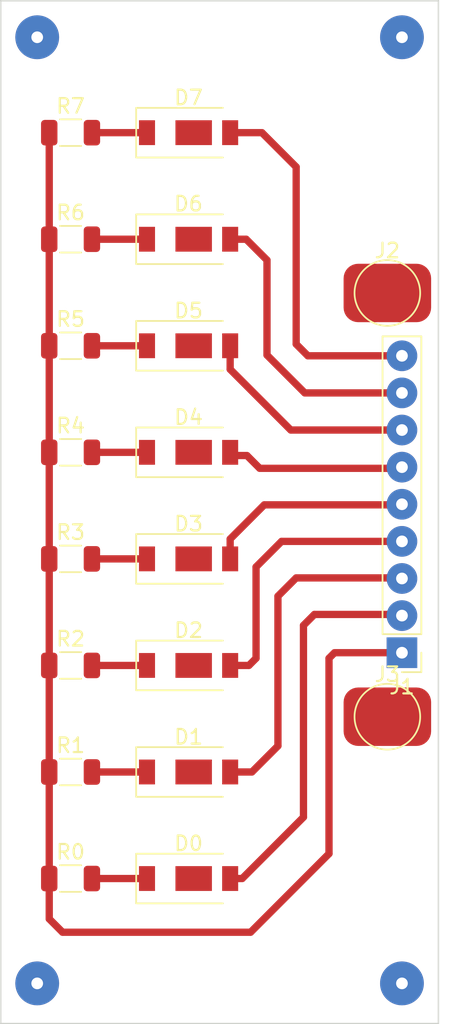
<source format=kicad_pcb>
(kicad_pcb (version 20221018) (generator pcbnew)
  (layers (0 "F.Cu" signal) (31 "B.Cu" signal) (34 "B.Paste" user) (35 "F.Paste" user) (36 "B.SilkS" user "B.Silkscreen") (37 "F.SilkS" user "F.Silkscreen") (38 "B.Mask" user) (39 "F.Mask" user) (44 "Edge.Cuts" user))
  (net 0 "")
  (net 1 "Net-(D7-A)")
  (net 2 "Net-(D0-K)")
  (net 3 "Net-(D1-K)")
  (net 4 "Net-(D2-K)")
  (net 5 "Net-(D3-K)")
  (net 6 "Net-(D4-K)")
  (net 7 "Net-(D5-K)")
  (net 8 "Net-(D3-A)")
  (net 9 "Net-(D6-K)")
  (net 10 "Net-(D7-K)")
  (net 11 "Net-(J1-Pin_1)")
  (net 12 "Net-(D6-A)")
  (net 13 "Net-(D0-A)")
  (net 14 "Net-(D1-A)")
  (net 15 "Net-(D2-A)")
  (net 16 "Net-(D4-A)")
  (net 17 "Net-(D5-A)")
  (footprint "LED_SMD:LED_Yuji_5730" (layer "F.Cu") (at 81.8875 95.026426)
    (fp_text reference "D4" (at 0 -2.4) (layer "F.SilkS"))
    (fp_text value "LED")
    (fp_line (start -3.59 -1.7) (end 2.35 -1.7) (stroke (width 0.12)) (layer "F.SilkS"))
    (fp_line (start -3.59 1.7) (end -3.59 -1.7) (stroke (width 0.12)) (layer "F.SilkS"))
    (fp_line (start 2.35 1.7) (end -3.59 1.7) (stroke (width 0.12)) (layer "F.SilkS"))
    (pad "1" smd rect (at -2.85 0) (size 1.1 1.7) (layers "F.Cu" "F.Paste" "F.Mask") (net 6 "Net-(D4-K)"))
    (pad "2" smd rect (at 0.35 0) (size 2.5 1.7) (layers "F.Cu" "F.Paste" "F.Mask") (net 16 "Net-(D4-A)"))
    (pad "2" smd rect (at 2.85 0) (size 1.1 1.7) (layers "F.Cu" "F.Paste" "F.Mask") (net 16 "Net-(D4-A)"))
  )
  (footprint "Resistor_SMD:R_1206_3216Metric" (layer "F.Cu") (at 73.8 73.15)
    (fp_text reference "R7" (at 0 -1.82) (layer "F.SilkS"))
    (fp_text value "R")
    (fp_line (start -0.727064 -0.91) (end 0.727064 -0.91) (stroke (width 0.12)) (layer "F.SilkS"))
    (fp_line (start -0.727064 0.91) (end 0.727064 0.91) (stroke (width 0.12)) (layer "F.SilkS"))
    (pad "1" smd roundrect (at -1.4625 0) (size 1.125 1.75) (layers "F.Cu" "F.Paste" "F.Mask") (roundrect_rratio 0.2222222222) (net 11 "Net-(J1-Pin_1)"))
    (pad "2" smd roundrect (at 1.4625 0) (size 1.125 1.75) (layers "F.Cu" "F.Paste" "F.Mask") (roundrect_rratio 0.2222222222) (net 10 "Net-(D7-K)"))
  )
  (footprint "LED_SMD:LED_Yuji_5730" (layer "F.Cu") (at 81.8875 73.15)
    (fp_text reference "D7" (at 0 -2.4) (layer "F.SilkS"))
    (fp_text value "LED")
    (fp_line (start -3.59 -1.7) (end 2.35 -1.7) (stroke (width 0.12)) (layer "F.SilkS"))
    (fp_line (start -3.59 1.7) (end -3.59 -1.7) (stroke (width 0.12)) (layer "F.SilkS"))
    (fp_line (start 2.35 1.7) (end -3.59 1.7) (stroke (width 0.12)) (layer "F.SilkS"))
    (pad "1" smd rect (at -2.85 0) (size 1.1 1.7) (layers "F.Cu" "F.Paste" "F.Mask") (net 10 "Net-(D7-K)"))
    (pad "2" smd rect (at 0.35 0) (size 2.5 1.7) (layers "F.Cu" "F.Paste" "F.Mask") (net 1 "Net-(D7-A)"))
    (pad "2" smd rect (at 2.85 0) (size 1.1 1.7) (layers "F.Cu" "F.Paste" "F.Mask") (net 1 "Net-(D7-A)"))
  )
  (footprint "Resistor_SMD:R_1206_3216Metric" (layer "F.Cu") (at 73.8 87.734284)
    (fp_text reference "R5" (at 0 -1.82) (layer "F.SilkS"))
    (fp_text value "R")
    (fp_line (start -0.727064 -0.91) (end 0.727064 -0.91) (stroke (width 0.12)) (layer "F.SilkS"))
    (fp_line (start -0.727064 0.91) (end 0.727064 0.91) (stroke (width 0.12)) (layer "F.SilkS"))
    (pad "1" smd roundrect (at -1.4625 0) (size 1.125 1.75) (layers "F.Cu" "F.Paste" "F.Mask") (roundrect_rratio 0.2222222222) (net 11 "Net-(J1-Pin_1)"))
    (pad "2" smd roundrect (at 1.4625 0) (size 1.125 1.75) (layers "F.Cu" "F.Paste" "F.Mask") (roundrect_rratio 0.2222222222) (net 7 "Net-(D5-K)"))
  )
  (footprint "Resistor_SMD:R_1206_3216Metric" (layer "F.Cu") (at 73.8 102.318568)
    (fp_text reference "R3" (at 0 -1.82) (layer "F.SilkS"))
    (fp_text value "R")
    (fp_line (start -0.727064 -0.91) (end 0.727064 -0.91) (stroke (width 0.12)) (layer "F.SilkS"))
    (fp_line (start -0.727064 0.91) (end 0.727064 0.91) (stroke (width 0.12)) (layer "F.SilkS"))
    (pad "1" smd roundrect (at -1.4625 0) (size 1.125 1.75) (layers "F.Cu" "F.Paste" "F.Mask") (roundrect_rratio 0.2222222222) (net 11 "Net-(J1-Pin_1)"))
    (pad "2" smd roundrect (at 1.4625 0) (size 1.125 1.75) (layers "F.Cu" "F.Paste" "F.Mask") (roundrect_rratio 0.2222222222) (net 5 "Net-(D3-K)"))
  )
  (footprint "TestPoint:TestPoint_Pad_D4.0mm" (layer "F.Cu") (at 95.5125 84.12)
    (fp_text reference "J2" (at 0 -2.898) (layer "F.SilkS"))
    (fp_text value "SolderPad2")
    (fp_circle (center 0 0) (end 0 2.25) (stroke (width 0.12)) (fill none) (layer "F.SilkS"))
    (pad "1" smd roundrect (at 0 0) (size 6 4) (layers "F.Cu" "F.Mask"))
  )
  (footprint "TestPoint:TestPoint_Pad_D4.0mm" (layer "F.Cu") (at 95.5125 113.12)
    (fp_text reference "J3" (at 0 -2.898) (layer "F.SilkS"))
    (fp_text value "SolderPad1")
    (fp_circle (center 0 0) (end 0 2.25) (stroke (width 0.12)) (fill none) (layer "F.SilkS"))
    (pad "1" smd roundrect (at 0 0) (size 6 4) (layers "F.Cu" "F.Mask"))
  )
  (footprint "LED_SMD:LED_Yuji_5730" (layer "F.Cu") (at 81.8875 80.442142)
    (fp_text reference "D6" (at -0.01 -2.425) (layer "F.SilkS"))
    (fp_text value "LED")
    (fp_line (start -3.59 -1.7) (end 2.35 -1.7) (stroke (width 0.12)) (layer "F.SilkS"))
    (fp_line (start -3.59 1.7) (end -3.59 -1.7) (stroke (width 0.12)) (layer "F.SilkS"))
    (fp_line (start 2.35 1.7) (end -3.59 1.7) (stroke (width 0.12)) (layer "F.SilkS"))
    (pad "1" smd rect (at -2.85 0) (size 1.1 1.7) (layers "F.Cu" "F.Paste" "F.Mask") (net 9 "Net-(D6-K)"))
    (pad "2" smd rect (at 0.35 0) (size 2.5 1.7) (layers "F.Cu" "F.Paste" "F.Mask") (net 12 "Net-(D6-A)"))
    (pad "2" smd rect (at 2.85 0) (size 1.1 1.7) (layers "F.Cu" "F.Paste" "F.Mask") (net 12 "Net-(D6-A)"))
  )
  (footprint "Connector_PinHeader_2.54mm:PinHeader_1x09_P2.54mm_Vertical" (layer "F.Cu") (at 96.5125 108.74 180)
    (fp_text reference "J1" (at 0 -2.33) (layer "F.SilkS"))
    (fp_text value "Conn_01x09_Pin" hide)
    (fp_line (start -1.33 -1.33) (end 0 -1.33) (stroke (width 0.12)) (layer "F.SilkS"))
    (fp_line (start -1.33 0) (end -1.33 -1.33) (stroke (width 0.12)) (layer "F.SilkS"))
    (fp_line (start -1.33 1.27) (end -1.33 21.65) (stroke (width 0.12)) (layer "F.SilkS"))
    (fp_line (start -1.33 1.27) (end 1.33 1.27) (stroke (width 0.12)) (layer "F.SilkS"))
    (fp_line (start -1.33 21.65) (end 1.33 21.65) (stroke (width 0.12)) (layer "F.SilkS"))
    (fp_line (start 1.33 1.27) (end 1.33 21.65) (stroke (width 0.12)) (layer "F.SilkS"))
    (pad "1" thru_hole rect (at 0 0 180) (size 2.1 2.1) (drill 0.8) (layers "*.Cu" "*.Mask") (net 11 "Net-(J1-Pin_1)"))
    (pad "2" thru_hole oval (at 0 2.54 180) (size 2.1 2.1) (drill 0.8) (layers "*.Cu" "*.Mask") (net 13 "Net-(D0-A)"))
    (pad "3" thru_hole oval (at 0 5.08 180) (size 2.1 2.1) (drill 0.8) (layers "*.Cu" "*.Mask") (net 14 "Net-(D1-A)"))
    (pad "4" thru_hole oval (at 0 7.62 180) (size 2.1 2.1) (drill 0.8) (layers "*.Cu" "*.Mask") (net 15 "Net-(D2-A)"))
    (pad "5" thru_hole oval (at 0 10.16 180) (size 2.1 2.1) (drill 0.8) (layers "*.Cu" "*.Mask") (net 8 "Net-(D3-A)"))
    (pad "6" thru_hole oval (at 0 12.7 180) (size 2.1 2.1) (drill 0.8) (layers "*.Cu" "*.Mask") (net 16 "Net-(D4-A)"))
    (pad "7" thru_hole oval (at 0 15.24 180) (size 2.1 2.1) (drill 0.8) (layers "*.Cu" "*.Mask") (net 17 "Net-(D5-A)"))
    (pad "8" thru_hole oval (at 0 17.78 180) (size 2.1 2.1) (drill 0.8) (layers "*.Cu" "*.Mask") (net 12 "Net-(D6-A)"))
    (pad "9" thru_hole oval (at 0 20.32 180) (size 2.1 2.1) (drill 0.8) (layers "*.Cu" "*.Mask") (net 1 "Net-(D7-A)"))
  )
  (footprint "Resistor_SMD:R_1206_3216Metric" (layer "F.Cu") (at 73.8 109.61071)
    (fp_text reference "R2" (at 0 -1.82) (layer "F.SilkS"))
    (fp_text value "R")
    (fp_line (start -0.727064 -0.91) (end 0.727064 -0.91) (stroke (width 0.12)) (layer "F.SilkS"))
    (fp_line (start -0.727064 0.91) (end 0.727064 0.91) (stroke (width 0.12)) (layer "F.SilkS"))
    (pad "1" smd roundrect (at -1.4625 0) (size 1.125 1.75) (layers "F.Cu" "F.Paste" "F.Mask") (roundrect_rratio 0.2222222222) (net 11 "Net-(J1-Pin_1)"))
    (pad "2" smd roundrect (at 1.4625 0) (size 1.125 1.75) (layers "F.Cu" "F.Paste" "F.Mask") (roundrect_rratio 0.2222222222) (net 4 "Net-(D2-K)"))
  )
  (footprint "Resistor_SMD:R_1206_3216Metric" (layer "F.Cu") (at 73.8 95.026426)
    (fp_text reference "R4" (at 0 -1.82) (layer "F.SilkS"))
    (fp_text value "R")
    (fp_line (start -0.727064 -0.91) (end 0.727064 -0.91) (stroke (width 0.12)) (layer "F.SilkS"))
    (fp_line (start -0.727064 0.91) (end 0.727064 0.91) (stroke (width 0.12)) (layer "F.SilkS"))
    (pad "1" smd roundrect (at -1.4625 0) (size 1.125 1.75) (layers "F.Cu" "F.Paste" "F.Mask") (roundrect_rratio 0.2222222222) (net 11 "Net-(J1-Pin_1)"))
    (pad "2" smd roundrect (at 1.4625 0) (size 1.125 1.75) (layers "F.Cu" "F.Paste" "F.Mask") (roundrect_rratio 0.2222222222) (net 6 "Net-(D4-K)"))
  )
  (footprint "Resistor_SMD:R_1206_3216Metric" (layer "F.Cu") (at 73.8 124.195)
    (fp_text reference "R0" (at 0 -1.82) (layer "F.SilkS"))
    (fp_text value "R")
    (fp_line (start -0.727064 -0.91) (end 0.727064 -0.91) (stroke (width 0.12)) (layer "F.SilkS"))
    (fp_line (start -0.727064 0.91) (end 0.727064 0.91) (stroke (width 0.12)) (layer "F.SilkS"))
    (pad "1" smd roundrect (at -1.4625 0) (size 1.125 1.75) (layers "F.Cu" "F.Paste" "F.Mask") (roundrect_rratio 0.2222222222) (net 11 "Net-(J1-Pin_1)"))
    (pad "2" smd roundrect (at 1.4625 0) (size 1.125 1.75) (layers "F.Cu" "F.Paste" "F.Mask") (roundrect_rratio 0.2222222222) (net 2 "Net-(D0-K)"))
  )
  (footprint "Resistor_SMD:R_1206_3216Metric" (layer "F.Cu") (at 73.8 80.442142)
    (fp_text reference "R6" (at 0 -1.82) (layer "F.SilkS"))
    (fp_text value "R")
    (fp_line (start -0.727064 -0.91) (end 0.727064 -0.91) (stroke (width 0.12)) (layer "F.SilkS"))
    (fp_line (start -0.727064 0.91) (end 0.727064 0.91) (stroke (width 0.12)) (layer "F.SilkS"))
    (pad "1" smd roundrect (at -1.4625 0) (size 1.125 1.75) (layers "F.Cu" "F.Paste" "F.Mask") (roundrect_rratio 0.2222222222) (net 11 "Net-(J1-Pin_1)"))
    (pad "2" smd roundrect (at 1.4625 0) (size 1.125 1.75) (layers "F.Cu" "F.Paste" "F.Mask") (roundrect_rratio 0.2222222222) (net 9 "Net-(D6-K)"))
  )
  (footprint "LED_SMD:LED_Yuji_5730" (layer "F.Cu") (at 81.8875 102.318568)
    (fp_text reference "D3" (at 0 -2.4) (layer "F.SilkS"))
    (fp_text value "LED")
    (fp_line (start -3.59 -1.7) (end 2.35 -1.7) (stroke (width 0.12)) (layer "F.SilkS"))
    (fp_line (start -3.59 1.7) (end -3.59 -1.7) (stroke (width 0.12)) (layer "F.SilkS"))
    (fp_line (start 2.35 1.7) (end -3.59 1.7) (stroke (width 0.12)) (layer "F.SilkS"))
    (pad "1" smd rect (at -2.85 0) (size 1.1 1.7) (layers "F.Cu" "F.Paste" "F.Mask") (net 5 "Net-(D3-K)"))
    (pad "2" smd rect (at 0.35 0) (size 2.5 1.7) (layers "F.Cu" "F.Paste" "F.Mask") (net 8 "Net-(D3-A)"))
    (pad "2" smd rect (at 2.85 0) (size 1.1 1.7) (layers "F.Cu" "F.Paste" "F.Mask") (net 8 "Net-(D3-A)"))
  )
  (footprint "LED_SMD:LED_Yuji_5730" (layer "F.Cu") (at 81.8875 116.902852)
    (fp_text reference "D1" (at 0 -2.4) (layer "F.SilkS"))
    (fp_text value "LED")
    (fp_line (start -3.59 -1.7) (end 2.35 -1.7) (stroke (width 0.12)) (layer "F.SilkS"))
    (fp_line (start -3.59 1.7) (end -3.59 -1.7) (stroke (width 0.12)) (layer "F.SilkS"))
    (fp_line (start 2.35 1.7) (end -3.59 1.7) (stroke (width 0.12)) (layer "F.SilkS"))
    (pad "1" smd rect (at -2.85 0) (size 1.1 1.7) (layers "F.Cu" "F.Paste" "F.Mask") (net 3 "Net-(D1-K)"))
    (pad "2" smd rect (at 0.35 0) (size 2.5 1.7) (layers "F.Cu" "F.Paste" "F.Mask") (net 14 "Net-(D1-A)"))
    (pad "2" smd rect (at 2.85 0) (size 1.1 1.7) (layers "F.Cu" "F.Paste" "F.Mask") (net 14 "Net-(D1-A)"))
  )
  (footprint "LED_SMD:LED_Yuji_5730" (layer "F.Cu") (at 81.8875 87.734284)
    (fp_text reference "D5" (at 0 -2.4) (layer "F.SilkS"))
    (fp_text value "LED")
    (fp_line (start -3.59 -1.7) (end 2.35 -1.7) (stroke (width 0.12)) (layer "F.SilkS"))
    (fp_line (start -3.59 1.7) (end -3.59 -1.7) (stroke (width 0.12)) (layer "F.SilkS"))
    (fp_line (start 2.35 1.7) (end -3.59 1.7) (stroke (width 0.12)) (layer "F.SilkS"))
    (pad "1" smd rect (at -2.85 0) (size 1.1 1.7) (layers "F.Cu" "F.Paste" "F.Mask") (net 7 "Net-(D5-K)"))
    (pad "2" smd rect (at 0.35 0) (size 2.5 1.7) (layers "F.Cu" "F.Paste" "F.Mask") (net 17 "Net-(D5-A)"))
    (pad "2" smd rect (at 2.85 0) (size 1.1 1.7) (layers "F.Cu" "F.Paste" "F.Mask") (net 17 "Net-(D5-A)"))
  )
  (footprint "LED_SMD:LED_Yuji_5730" (layer "F.Cu") (at 81.8875 124.195)
    (fp_text reference "D0" (at 0 -2.4) (layer "F.SilkS"))
    (fp_text value "LED")
    (fp_line (start -3.59 -1.7) (end 2.35 -1.7) (stroke (width 0.12)) (layer "F.SilkS"))
    (fp_line (start -3.59 1.7) (end -3.59 -1.7) (stroke (width 0.12)) (layer "F.SilkS"))
    (fp_line (start 2.35 1.7) (end -3.59 1.7) (stroke (width 0.12)) (layer "F.SilkS"))
    (pad "1" smd rect (at -2.85 0) (size 1.1 1.7) (layers "F.Cu" "F.Paste" "F.Mask") (net 2 "Net-(D0-K)"))
    (pad "2" smd rect (at 0.35 0) (size 2.5 1.7) (layers "F.Cu" "F.Paste" "F.Mask") (net 13 "Net-(D0-A)"))
    (pad "2" smd rect (at 2.85 0) (size 1.1 1.7) (layers "F.Cu" "F.Paste" "F.Mask") (net 13 "Net-(D0-A)"))
  )
  (footprint "LED_SMD:LED_Yuji_5730" (layer "F.Cu") (at 81.8875 109.61071)
    (fp_text reference "D2" (at 0 -2.4) (layer "F.SilkS"))
    (fp_text value "LED")
    (fp_line (start -3.59 -1.7) (end 2.35 -1.7) (stroke (width 0.12)) (layer "F.SilkS"))
    (fp_line (start -3.59 1.7) (end -3.59 -1.7) (stroke (width 0.12)) (layer "F.SilkS"))
    (fp_line (start 2.35 1.7) (end -3.59 1.7) (stroke (width 0.12)) (layer "F.SilkS"))
    (pad "1" smd rect (at -2.85 0) (size 1.1 1.7) (layers "F.Cu" "F.Paste" "F.Mask") (net 4 "Net-(D2-K)"))
    (pad "2" smd rect (at 0.35 0) (size 2.5 1.7) (layers "F.Cu" "F.Paste" "F.Mask") (net 15 "Net-(D2-A)"))
    (pad "2" smd rect (at 2.85 0) (size 1.1 1.7) (layers "F.Cu" "F.Paste" "F.Mask") (net 15 "Net-(D2-A)"))
  )
  (footprint "Resistor_SMD:R_1206_3216Metric" (layer "F.Cu") (at 73.8 116.902852)
    (fp_text reference "R1" (at 0 -1.82) (layer "F.SilkS"))
    (fp_text value "R")
    (fp_line (start -0.727064 -0.91) (end 0.727064 -0.91) (stroke (width 0.12)) (layer "F.SilkS"))
    (fp_line (start -0.727064 0.91) (end 0.727064 0.91) (stroke (width 0.12)) (layer "F.SilkS"))
    (pad "1" smd roundrect (at -1.4625 0) (size 1.125 1.75) (layers "F.Cu" "F.Paste" "F.Mask") (roundrect_rratio 0.2222222222) (net 11 "Net-(J1-Pin_1)"))
    (pad "2" smd roundrect (at 1.4625 0) (size 1.125 1.75) (layers "F.Cu" "F.Paste" "F.Mask") (roundrect_rratio 0.2222222222) (net 3 "Net-(D1-K)"))
  )
  (gr_rect (start 69.0125 64.12) (end 99.0125 134.12) (stroke (width 0.1)) (fill none) (layer "Edge.Cuts"))
  (via (at 96.5125 131.37) (size 3) (drill 0.8) (layers "F.Cu" "B.Cu") (net 0))
  (via (at 71.5125 131.37) (size 3) (drill 0.8) (layers "F.Cu" "B.Cu") (net 0))
  (via (at 96.5125 66.62) (size 3) (drill 0.8) (layers "F.Cu" "B.Cu") (net 0))
  (via (at 71.5125 66.62) (size 3) (drill 0.8) (layers "F.Cu" "B.Cu") (net 0))
  (segment (start 86.9175 73.15) (end 89.2625 75.495) (width 0.5) (layer "F.Cu") (net 1))
  (segment (start 90.0625 88.42) (end 96.5125 88.42) (width 0.5) (layer "F.Cu") (net 1))
  (segment (start 84.7375 73.15) (end 86.9175 73.15) (width 0.5) (layer "F.Cu") (net 1))
  (segment (start 89.2625 75.495) (end 89.2625 87.62) (width 0.5) (layer "F.Cu") (net 1))
  (segment (start 89.2625 87.62) (end 90.0625 88.42) (width 0.5) (layer "F.Cu") (net 1))
  (segment (start 79.0375 124.195) (end 75.2625 124.195) (width 0.5) (layer "F.Cu") (net 2))
  (segment (start 79.0375 116.902852) (end 75.2625 116.902852) (width 0.5) (layer "F.Cu") (net 3))
  (segment (start 79.0375 109.61071) (end 75.2625 109.61071) (width 0.5) (layer "F.Cu") (net 4))
  (segment (start 79.0375 102.318568) (end 75.2625 102.318568) (width 0.5) (layer "F.Cu") (net 5))
  (segment (start 79.0375 95.026426) (end 75.2625 95.026426) (width 0.5) (layer "F.Cu") (net 6))
  (segment (start 79.0375 87.734284) (end 75.2625 87.734284) (width 0.5) (layer "F.Cu") (net 7))
  (segment (start 96.4725 98.62) (end 96.5125 98.58) (width 0.25) (layer "F.Cu") (net 8))
  (segment (start 87.075 98.62) (end 96.4725 98.62) (width 0.5) (layer "F.Cu") (net 8))
  (segment (start 84.7375 100.9575) (end 87.075 98.62) (width 0.5) (layer "F.Cu") (net 8))
  (segment (start 84.7375 101.87) (end 84.7375 100.9575) (width 0.5) (layer "F.Cu") (net 8))
  (segment (start 79.0375 80.442142) (end 75.2625 80.442142) (width 0.5) (layer "F.Cu") (net 9))
  (segment (start 75.2625 73.15) (end 79.0375 73.15) (width 0.5) (layer "F.Cu") (net 10))
  (segment (start 86.1375 127.87) (end 91.5125 122.495) (width 0.5) (layer "F.Cu") (net 11))
  (segment (start 91.5125 122.495) (end 91.5125 109.12) (width 0.5) (layer "F.Cu") (net 11))
  (segment (start 73.25 127.87) (end 86.1375 127.87) (width 0.5) (layer "F.Cu") (net 11))
  (segment (start 91.5125 109.12) (end 91.8925 108.74) (width 0.5) (layer "F.Cu") (net 11))
  (segment (start 72.3375 126.9575) (end 73.25 127.87) (width 0.5) (layer "F.Cu") (net 11))
  (segment (start 91.8925 108.74) (end 96.5125 108.74) (width 0.5) (layer "F.Cu") (net 11))
  (segment (start 72.3375 73.15) (end 72.3375 126.9575) (width 0.5) (layer "F.Cu") (net 11))
  (segment (start 72.2325 80.875) (end 72.3375 80.77) (width 0.25) (layer "F.Cu") (net 11))
  (segment (start 87.2625 81.87) (end 87.2625 88.37) (width 0.5) (layer "F.Cu") (net 12))
  (segment (start 89.8525 90.96) (end 96.5125 90.96) (width 0.5) (layer "F.Cu") (net 12))
  (segment (start 84.7375 80.442142) (end 85.834642 80.442142) (width 0.5) (layer "F.Cu") (net 12))
  (segment (start 87.2625 88.37) (end 89.8525 90.96) (width 0.5) (layer "F.Cu") (net 12))
  (segment (start 85.834642 80.442142) (end 87.2625 81.87) (width 0.5) (layer "F.Cu") (net 12))
  (segment (start 85.5625 124.195) (end 89.7625 119.995) (width 0.5) (layer "F.Cu") (net 13))
  (segment (start 84.7375 124.195) (end 85.5625 124.195) (width 0.5) (layer "F.Cu") (net 13))
  (segment (start 90.5125 106.12) (end 96.4325 106.12) (width 0.5) (layer "F.Cu") (net 13))
  (segment (start 89.7625 106.87) (end 90.5125 106.12) (width 0.5) (layer "F.Cu") (net 13))
  (segment (start 89.7625 119.995) (end 89.7625 106.87) (width 0.5) (layer "F.Cu") (net 13))
  (segment (start 96.4325 106.12) (end 96.5125 106.2) (width 0.25) (layer "F.Cu") (net 13))
  (segment (start 96.4725 103.62) (end 96.5125 103.66) (width 0.25) (layer "F.Cu") (net 14))
  (segment (start 84.7375 116.902852) (end 86.229648 116.902852) (width 0.5) (layer "F.Cu") (net 14))
  (segment (start 88.0125 115.12) (end 88.0125 104.87) (width 0.5) (layer "F.Cu") (net 14))
  (segment (start 88.0125 104.87) (end 89.2625 103.62) (width 0.5) (layer "F.Cu") (net 14))
  (segment (start 86.229648 116.902852) (end 88.0125 115.12) (width 0.5) (layer "F.Cu") (net 14))
  (segment (start 89.2625 103.62) (end 96.4725 103.62) (width 0.5) (layer "F.Cu") (net 14))
  (segment (start 86.02179 109.61071) (end 86.5125 109.12) (width 0.5) (layer "F.Cu") (net 15))
  (segment (start 84.7375 109.61071) (end 86.02179 109.61071) (width 0.5) (layer "F.Cu") (net 15))
  (segment (start 88.2625 101.12) (end 96.5125 101.12) (width 0.5) (layer "F.Cu") (net 15))
  (segment (start 86.5125 102.87) (end 88.2625 101.12) (width 0.5) (layer "F.Cu") (net 15))
  (segment (start 86.5125 109.12) (end 86.5125 102.87) (width 0.5) (layer "F.Cu") (net 15))
  (segment (start 96.4325 96.12) (end 96.5125 96.04) (width 0.25) (layer "F.Cu") (net 16))
  (segment (start 84.7375 95.245) (end 85.8875 95.245) (width 0.5) (layer "F.Cu") (net 16))
  (segment (start 85.8875 95.245) (end 86.7625 96.12) (width 0.5) (layer "F.Cu") (net 16))
  (segment (start 86.7625 96.12) (end 96.4325 96.12) (width 0.5) (layer "F.Cu") (net 16))
  (segment (start 84.7375 88.02) (end 84.7375 89.345) (width 0.5) (layer "F.Cu") (net 17))
  (segment (start 84.7375 89.345) (end 88.8925 93.5) (width 0.5) (layer "F.Cu") (net 17))
  (segment (start 88.8925 93.5) (end 96.5125 93.5) (width 0.5) (layer "F.Cu") (net 17))
)
</source>
